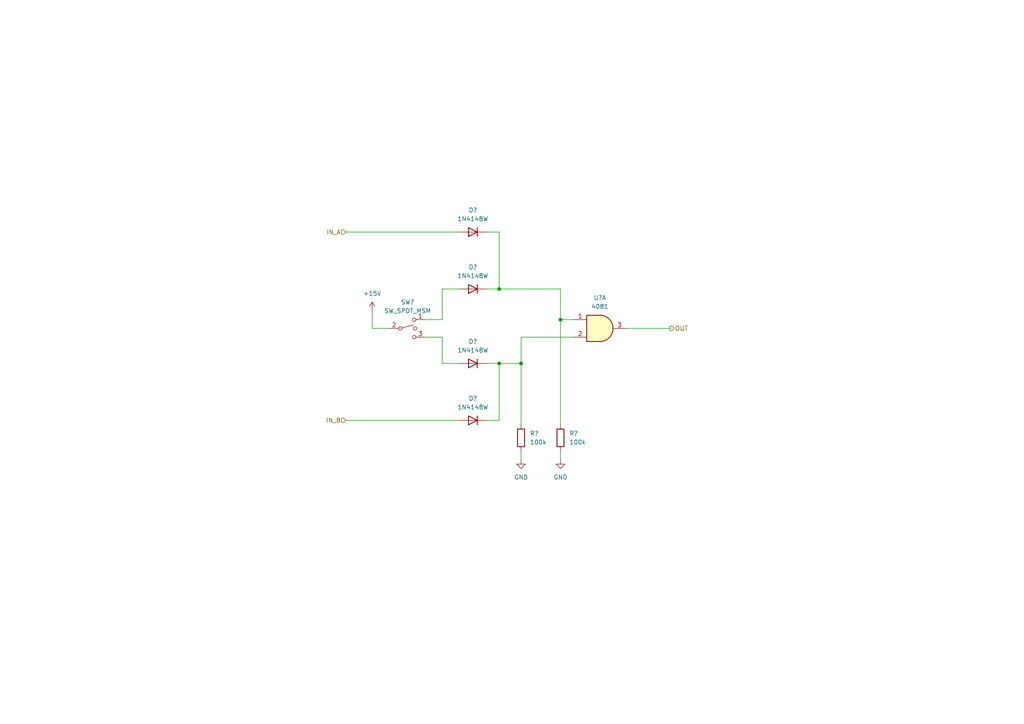
<source format=kicad_sch>
(kicad_sch (version 20211123) (generator eeschema)
  (paper "A4")
  (lib_symbols
    (symbol "4xxx:4081" (pin_names (offset 1.016))
      (property "Reference" "U" (at 0 1.27 0))
      (property "Value" "4081" (at 0 -1.27 0))
      (symbol "4081_1_1"
        (arc (start 0 -3.81) (mid 3.81 0) (end 0 3.81) (stroke (width 0.254)) (fill (type background)))
        (polyline (pts (xy 0 3.81) (xy -3.81 3.81) (xy -3.81 -3.81) (xy 0 -3.81)) (stroke (width 0.254)) (fill (type background)))
        (pin input line (at -7.62 2.54 0) (length 3.81) (name "~") (number "1"))
        (pin input line (at -7.62 -2.54 0) (length 3.81) (name "~") (number "2"))
        (pin output line (at 7.62 0 180) (length 3.81) (name "~") (number "3"))
      )
      (symbol "4081_1_2"
        (arc (start -3.81 -3.81) (mid -2.589 0) (end -3.81 3.81) (stroke (width 0.254)))
        (arc (start -0.6096 -3.81) (mid 2.1842 -2.5851) (end 3.81 0) (stroke (width 0.254)) (fill (type background)))
        (polyline (pts (xy -3.81 -3.81) (xy -0.635 -3.81)) (stroke (width 0.254)) (fill (type background)))
        (polyline (pts (xy -3.81 3.81) (xy -0.635 3.81)) (stroke (width 0.254)) (fill (type background)))
        (polyline (pts (xy -0.635 3.81) (xy -3.81 3.81) (xy -3.81 3.81) (xy -3.556 3.4036) (xy -3.0226 2.2606) (xy -2.6924 1.0414) (xy -2.6162 -0.254) (xy -2.7686 -1.4986) (xy -3.175 -2.7178) (xy -3.81 -3.81) (xy -3.81 -3.81) (xy -0.635 -3.81)) (stroke (width -25.4)) (fill (type background)))
        (arc (start 3.81 0) (mid 2.1915 2.5936) (end -0.6096 3.81) (stroke (width 0.254)) (fill (type background)))
        (pin input inverted (at -7.62 2.54 0) (length 4.318) (name "~") (number "1"))
        (pin input inverted (at -7.62 -2.54 0) (length 4.318) (name "~") (number "2"))
        (pin output inverted (at 7.62 0 180) (length 3.81) (name "~") (number "3"))
      )
      (symbol "4081_2_1"
        (arc (start 0 -3.81) (mid 3.81 0) (end 0 3.81) (stroke (width 0.254)) (fill (type background)))
        (polyline (pts (xy 0 3.81) (xy -3.81 3.81) (xy -3.81 -3.81) (xy 0 -3.81)) (stroke (width 0.254)) (fill (type background)))
        (pin output line (at 7.62 0 180) (length 3.81) (name "~") (number "4"))
        (pin input line (at -7.62 2.54 0) (length 3.81) (name "~") (number "5"))
        (pin input line (at -7.62 -2.54 0) (length 3.81) (name "~") (number "6"))
      )
      (symbol "4081_2_2"
        (arc (start -3.81 -3.81) (mid -2.589 0) (end -3.81 3.81) (stroke (width 0.254)))
        (arc (start -0.6096 -3.81) (mid 2.1842 -2.5851) (end 3.81 0) (stroke (width 0.254)) (fill (type background)))
        (polyline (pts (xy -3.81 -3.81) (xy -0.635 -3.81)) (stroke (width 0.254)) (fill (type background)))
        (polyline (pts (xy -3.81 3.81) (xy -0.635 3.81)) (stroke (width 0.254)) (fill (type background)))
        (polyline (pts (xy -0.635 3.81) (xy -3.81 3.81) (xy -3.81 3.81) (xy -3.556 3.4036) (xy -3.0226 2.2606) (xy -2.6924 1.0414) (xy -2.6162 -0.254) (xy -2.7686 -1.4986) (xy -3.175 -2.7178) (xy -3.81 -3.81) (xy -3.81 -3.81) (xy -0.635 -3.81)) (stroke (width -25.4)) (fill (type background)))
        (arc (start 3.81 0) (mid 2.1915 2.5936) (end -0.6096 3.81) (stroke (width 0.254)) (fill (type background)))
        (pin output inverted (at 7.62 0 180) (length 3.81) (name "~") (number "4"))
        (pin input inverted (at -7.62 2.54 0) (length 4.318) (name "~") (number "5"))
        (pin input inverted (at -7.62 -2.54 0) (length 4.318) (name "~") (number "6"))
      )
      (symbol "4081_3_1"
        (arc (start 0 -3.81) (mid 3.81 0) (end 0 3.81) (stroke (width 0.254)) (fill (type background)))
        (polyline (pts (xy 0 3.81) (xy -3.81 3.81) (xy -3.81 -3.81) (xy 0 -3.81)) (stroke (width 0.254)) (fill (type background)))
        (pin output line (at 7.62 0 180) (length 3.81) (name "~") (number "10"))
        (pin input line (at -7.62 2.54 0) (length 3.81) (name "~") (number "8"))
        (pin input line (at -7.62 -2.54 0) (length 3.81) (name "~") (number "9"))
      )
      (symbol "4081_3_2"
        (arc (start -3.81 -3.81) (mid -2.589 0) (end -3.81 3.81) (stroke (width 0.254)))
        (arc (start -0.6096 -3.81) (mid 2.1842 -2.5851) (end 3.81 0) (stroke (width 0.254)) (fill (type background)))
        (polyline (pts (xy -3.81 -3.81) (xy -0.635 -3.81)) (stroke (width 0.254)) (fill (type background)))
        (polyline (pts (xy -3.81 3.81) (xy -0.635 3.81)) (stroke (width 0.254)) (fill (type background)))
        (polyline (pts (xy -0.635 3.81) (xy -3.81 3.81) (xy -3.81 3.81) (xy -3.556 3.4036) (xy -3.0226 2.2606) (xy -2.6924 1.0414) (xy -2.6162 -0.254) (xy -2.7686 -1.4986) (xy -3.175 -2.7178) (xy -3.81 -3.81) (xy -3.81 -3.81) (xy -0.635 -3.81)) (stroke (width -25.4)) (fill (type background)))
        (arc (start 3.81 0) (mid 2.1915 2.5936) (end -0.6096 3.81) (stroke (width 0.254)) (fill (type background)))
        (pin output inverted (at 7.62 0 180) (length 3.81) (name "~") (number "10"))
        (pin input inverted (at -7.62 2.54 0) (length 4.318) (name "~") (number "8"))
        (pin input inverted (at -7.62 -2.54 0) (length 4.318) (name "~") (number "9"))
      )
      (symbol "4081_4_1"
        (arc (start 0 -3.81) (mid 3.81 0) (end 0 3.81) (stroke (width 0.254)) (fill (type background)))
        (polyline (pts (xy 0 3.81) (xy -3.81 3.81) (xy -3.81 -3.81) (xy 0 -3.81)) (stroke (width 0.254)) (fill (type background)))
        (pin output line (at 7.62 0 180) (length 3.81) (name "~") (number "11"))
        (pin input line (at -7.62 2.54 0) (length 3.81) (name "~") (number "12"))
        (pin input line (at -7.62 -2.54 0) (length 3.81) (name "~") (number "13"))
      )
      (symbol "4081_4_2"
        (arc (start -3.81 -3.81) (mid -2.589 0) (end -3.81 3.81) (stroke (width 0.254)))
        (arc (start -0.6096 -3.81) (mid 2.1842 -2.5851) (end 3.81 0) (stroke (width 0.254)) (fill (type background)))
        (polyline (pts (xy -3.81 -3.81) (xy -0.635 -3.81)) (stroke (width 0.254)) (fill (type background)))
        (polyline (pts (xy -3.81 3.81) (xy -0.635 3.81)) (stroke (width 0.254)) (fill (type background)))
        (polyline (pts (xy -0.635 3.81) (xy -3.81 3.81) (xy -3.81 3.81) (xy -3.556 3.4036) (xy -3.0226 2.2606) (xy -2.6924 1.0414) (xy -2.6162 -0.254) (xy -2.7686 -1.4986) (xy -3.175 -2.7178) (xy -3.81 -3.81) (xy -3.81 -3.81) (xy -0.635 -3.81)) (stroke (width -25.4)) (fill (type background)))
        (arc (start 3.81 0) (mid 2.1915 2.5936) (end -0.6096 3.81) (stroke (width 0.254)) (fill (type background)))
        (pin output inverted (at 7.62 0 180) (length 3.81) (name "~") (number "11"))
        (pin input inverted (at -7.62 2.54 0) (length 4.318) (name "~") (number "12"))
        (pin input inverted (at -7.62 -2.54 0) (length 4.318) (name "~") (number "13"))
      )
      (symbol "4081_5_0"
        (pin power_in line (at 0 12.7 270) (length 5.08) (name "VDD") (number "14"))
        (pin power_in line (at 0 -12.7 90) (length 5.08) (name "VSS") (number "7"))
      )
      (symbol "4081_5_1"
        (rectangle (start -5.08 7.62) (end 5.08 -7.62) (stroke (width 0.254)) (fill (type background)))
      )
    )
    (symbol "Device:R" (pin_numbers hide) (pin_names (offset 0))
      (property "Reference" "R" (at 2.032 0 90))
      (property "Value" "R" (at 0 0 90))
      (symbol "R_0_1"
        (rectangle (start -1.016 -2.54) (end 1.016 2.54) (stroke (width 0.254)))
      )
      (symbol "R_1_1"
        (pin passive line (at 0 3.81 270) (length 1.27) (name "~") (number "1"))
        (pin passive line (at 0 -3.81 90) (length 1.27) (name "~") (number "2"))
      )
    )
    (symbol "Diode:1N4148W" (pin_numbers hide) (pin_names (offset 1.016) hide)
      (property "Reference" "D" (at 0 2.54 0))
      (property "Value" "1N4148W" (at 0 -2.54 0))
      (symbol "1N4148W_0_1"
        (polyline (pts (xy -1.27 1.27) (xy -1.27 -1.27)) (stroke (width 0.254)))
        (polyline (pts (xy 1.27 0) (xy -1.27 0)))
        (polyline (pts (xy 1.27 1.27) (xy 1.27 -1.27) (xy -1.27 0) (xy 1.27 1.27)) (stroke (width 0.254)))
      )
      (symbol "1N4148W_1_1"
        (pin passive line (at -3.81 0 0) (length 2.54) (name "K") (number "1"))
        (pin passive line (at 3.81 0 180) (length 2.54) (name "A") (number "2"))
      )
    )
    (symbol "Switch:SW_SPDT_MSM" (pin_names (offset 0) hide)
      (property "Reference" "SW" (at 0 5.08 0))
      (property "Value" "SW_SPDT_MSM" (at 0 -5.08 0))
      (symbol "SW_SPDT_MSM_0_0"
        (circle (center -2.032 0) (radius 0.508))
        (polyline (pts (xy -1.524 0.127) (xy 1.778 1.016)))
        (circle (center 2.032 -2.54) (radius 0.508))
      )
      (symbol "SW_SPDT_MSM_0_1"
        (circle (center 2.032 2.54) (radius 0.508))
        (circle (center 2.286 0) (radius 0.508))
      )
      (symbol "SW_SPDT_MSM_1_1"
        (pin passive line (at 5.08 2.54 180) (length 2.54) (name "1") (number "1"))
        (pin passive line (at -5.08 0 0) (length 2.54) (name "2") (number "2"))
        (pin passive line (at 5.08 -2.54 180) (length 2.54) (name "3") (number "3"))
      )
    )
    (symbol "power:+15V" (power) (pin_names (offset 0))
      (property "Value" "+15V" (at 0 3.556 0))
      (symbol "+15V_0_1"
        (polyline (pts (xy -0.762 1.27) (xy 0 2.54)))
        (polyline (pts (xy 0 0) (xy 0 2.54)))
        (polyline (pts (xy 0 2.54) (xy 0.762 1.27)))
      )
      (symbol "+15V_1_1"
        (pin power_in line (at 0 0 90) (length 0) hide (name "+15V") (number "1"))
      )
    )
    (symbol "power:GND" (power) (pin_names (offset 0))
      (property "Value" "GND" (at 0 -3.81 0))
      (symbol "GND_0_1"
        (polyline (pts (xy 0 0) (xy 0 -1.27) (xy 1.27 -1.27) (xy 0 -2.54) (xy -1.27 -1.27) (xy 0 -1.27)))
      )
      (symbol "GND_1_1"
        (pin power_in line (at 0 0 270) (length 0) hide (name "GND") (number "1"))
      )
    )
  )
  (junction (at 144.78 105.41))
  (junction (at 151.13 105.41))
  (junction (at 144.78 83.82))
  (junction (at 162.56 92.71))
  (wire (pts (xy 128.27 97.79) (xy 123.19 97.79)))
  (wire (pts (xy 100.33 121.92) (xy 133.35 121.92)))
  (wire (pts (xy 144.78 83.82) (xy 162.56 83.82)))
  (wire (pts (xy 144.78 105.41) (xy 151.13 105.41)))
  (wire (pts (xy 151.13 130.81) (xy 151.13 133.35)))
  (wire (pts (xy 140.97 83.82) (xy 144.78 83.82)))
  (wire (pts (xy 107.95 95.25) (xy 113.03 95.25)))
  (wire (pts (xy 162.56 92.71) (xy 166.37 92.71)))
  (wire (pts (xy 151.13 105.41) (xy 151.13 97.79)))
  (wire (pts (xy 144.78 105.41) (xy 140.97 105.41)))
  (wire (pts (xy 133.35 105.41) (xy 128.27 105.41)))
  (wire (pts (xy 144.78 83.82) (xy 144.78 67.31)))
  (wire (pts (xy 128.27 105.41) (xy 128.27 97.79)))
  (wire (pts (xy 133.35 83.82) (xy 128.27 83.82)))
  (wire (pts (xy 100.33 67.31) (xy 133.35 67.31)))
  (wire (pts (xy 140.97 121.92) (xy 144.78 121.92)))
  (wire (pts (xy 162.56 123.19) (xy 162.56 92.71)))
  (wire (pts (xy 162.56 83.82) (xy 162.56 92.71)))
  (wire (pts (xy 151.13 123.19) (xy 151.13 105.41)))
  (wire (pts (xy 151.13 97.79) (xy 166.37 97.79)))
  (wire (pts (xy 162.56 130.81) (xy 162.56 133.35)))
  (wire (pts (xy 128.27 92.71) (xy 123.19 92.71)))
  (wire (pts (xy 144.78 67.31) (xy 140.97 67.31)))
  (wire (pts (xy 128.27 83.82) (xy 128.27 92.71)))
  (wire (pts (xy 181.61 95.25) (xy 194.31 95.25)))
  (wire (pts (xy 107.95 90.17) (xy 107.95 95.25)))
  (wire (pts (xy 144.78 121.92) (xy 144.78 105.41)))
  (hierarchical_label "IN_B" (shape input) (at 100.33 121.92 180))
  (hierarchical_label "OUT" (shape output) (at 194.31 95.25 0))
  (hierarchical_label "IN_A" (shape input) (at 100.33 67.31 180))
  (symbol (lib_id "power:GND") (at 162.56 133.35 0) (unit 1)
    (property "Reference" "#PWR?" (effects hide))
    (property "Value" "GND" (at 162.56 138.43 0))
  )
  (symbol (lib_id "Diode:1N4148W") (at 137.16 67.31 180) (unit 1)
    (property "Reference" "D?" (at 137.16 60.96 0))
    (property "Value" "1N4148W" (at 137.16 63.5 0))
    (property "Footprint" "Diode_SMD:D_SOD-123" (effects hide))
    (property "Datasheet" "https://www.vishay.com/docs/85748/1n4148w.pdf" (effects hide))
  )
  (symbol (lib_id "Switch:SW_SPDT_MSM") (at 118.11 95.25 0) (unit 1)
    (property "Reference" "SW?" (at 118.237 87.63 0))
    (property "Value" "SW_SPDT_MSM" (at 118.237 90.17 0))
  )
  (symbol (lib_id "4xxx:4081") (at 173.99 95.25 0) (unit 1)
    (property "Reference" "U?" (at 173.99 86.36 0))
    (property "Value" "4081" (at 173.99 88.9 0))
    (property "Datasheet" "http://www.intersil.com/content/dam/Intersil/documents/cd40/cd4073bms-81bms-82bms.pdf" (effects hide))
  )
  (symbol (lib_id "Device:R") (at 151.13 127 0) (unit 1)
    (property "Reference" "R?" (at 153.67 125.7299 0) (effects (justify left)))
    (property "Value" "100k" (at 153.67 128.2699 0) (effects (justify left)))
  )
  (symbol (lib_id "power:GND") (at 151.13 133.35 0) (unit 1)
    (property "Reference" "#PWR?" (effects hide))
    (property "Value" "GND" (at 151.13 138.43 0))
  )
  (symbol (lib_id "power:+15V") (at 107.95 90.17 0) (unit 1)
    (property "Reference" "#PWR?" (effects hide))
    (property "Value" "+15V" (at 107.95 85.09 0))
  )
  (symbol (lib_id "Device:R") (at 162.56 127 0) (unit 1)
    (property "Reference" "R?" (at 165.1 125.7299 0) (effects (justify left)))
    (property "Value" "100k" (at 165.1 128.2699 0) (effects (justify left)))
  )
  (symbol (lib_id "Diode:1N4148W") (at 137.16 105.41 180) (unit 1)
    (property "Reference" "D?" (at 137.16 99.06 0))
    (property "Value" "1N4148W" (at 137.16 101.6 0))
    (property "Footprint" "Diode_SMD:D_SOD-123" (effects hide))
    (property "Datasheet" "https://www.vishay.com/docs/85748/1n4148w.pdf" (effects hide))
  )
  (symbol (lib_id "Diode:1N4148W") (at 137.16 121.92 180) (unit 1)
    (property "Reference" "D?" (at 137.16 115.57 0))
    (property "Value" "1N4148W" (at 137.16 118.11 0))
    (property "Footprint" "Diode_SMD:D_SOD-123" (effects hide))
    (property "Datasheet" "https://www.vishay.com/docs/85748/1n4148w.pdf" (effects hide))
  )
  (symbol (lib_id "Diode:1N4148W") (at 137.16 83.82 180) (unit 1)
    (property "Reference" "D?" (at 137.16 77.47 0))
    (property "Value" "1N4148W" (at 137.16 80.01 0))
    (property "Footprint" "Diode_SMD:D_SOD-123" (effects hide))
    (property "Datasheet" "https://www.vishay.com/docs/85748/1n4148w.pdf" (effects hide))
  )
)
</source>
